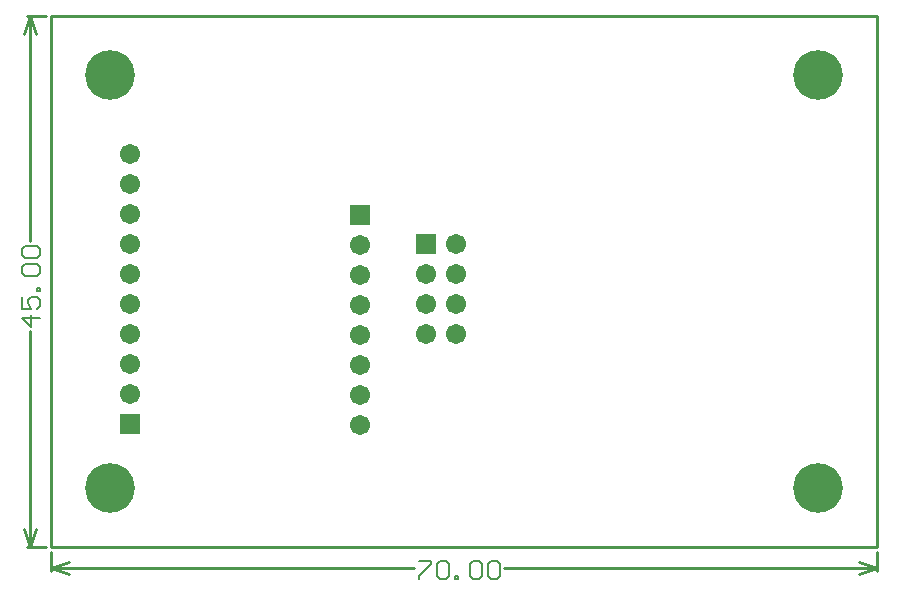
<source format=gbs>
G04*
G04 #@! TF.GenerationSoftware,Altium Limited,Altium Designer,18.1.9 (240)*
G04*
G04 Layer_Color=16711935*
%FSLAX24Y24*%
%MOIN*%
G70*
G01*
G75*
%ADD14C,0.0100*%
%ADD15C,0.0060*%
%ADD36C,0.0671*%
%ADD37R,0.0671X0.0671*%
%ADD38C,0.1655*%
D14*
X27559Y0D02*
Y17717D01*
X0D02*
X27559D01*
X0Y0D02*
X27559D01*
X0D02*
Y17717D01*
X-900Y600D02*
X-700Y0D01*
X-500Y600D01*
X-700Y17717D02*
X-500Y17117D01*
X-900D02*
X-700Y17717D01*
Y0D02*
Y7189D01*
Y10208D02*
Y17717D01*
X-800Y0D02*
X-150D01*
X-800Y17717D02*
X-150D01*
X0Y-700D02*
X600Y-500D01*
X0Y-700D02*
X600Y-900D01*
X26959D02*
X27559Y-700D01*
X26959Y-500D02*
X27559Y-700D01*
X0D02*
X12110D01*
X15129D02*
X27559D01*
X0Y-800D02*
Y-150D01*
X27559Y-800D02*
Y-150D01*
D15*
X-340Y7649D02*
X-940D01*
X-640Y7349D01*
Y7749D01*
X-940Y8348D02*
Y7949D01*
X-640D01*
X-740Y8148D01*
Y8248D01*
X-640Y8348D01*
X-440D01*
X-340Y8248D01*
Y8048D01*
X-440Y7949D01*
X-340Y8548D02*
X-440D01*
Y8648D01*
X-340D01*
Y8548D01*
X-840Y9048D02*
X-940Y9148D01*
Y9348D01*
X-840Y9448D01*
X-440D01*
X-340Y9348D01*
Y9148D01*
X-440Y9048D01*
X-840D01*
Y9648D02*
X-940Y9748D01*
Y9948D01*
X-840Y10048D01*
X-440D01*
X-340Y9948D01*
Y9748D01*
X-440Y9648D01*
X-840D01*
X12270Y-460D02*
X12670D01*
Y-560D01*
X12270Y-960D01*
Y-1060D01*
X12870Y-560D02*
X12970Y-460D01*
X13170D01*
X13270Y-560D01*
Y-960D01*
X13170Y-1060D01*
X12970D01*
X12870Y-960D01*
Y-560D01*
X13470Y-1060D02*
Y-960D01*
X13570D01*
Y-1060D01*
X13470D01*
X13969Y-560D02*
X14069Y-460D01*
X14269D01*
X14369Y-560D01*
Y-960D01*
X14269Y-1060D01*
X14069D01*
X13969Y-960D01*
Y-560D01*
X14569D02*
X14669Y-460D01*
X14869D01*
X14969Y-560D01*
Y-960D01*
X14869Y-1060D01*
X14669D01*
X14569Y-960D01*
Y-560D01*
D36*
X10300Y4088D02*
D03*
Y5088D02*
D03*
Y6088D02*
D03*
Y7088D02*
D03*
Y8088D02*
D03*
Y9088D02*
D03*
Y10088D02*
D03*
X2650Y5100D02*
D03*
Y7100D02*
D03*
Y8100D02*
D03*
Y9100D02*
D03*
Y10100D02*
D03*
Y11100D02*
D03*
Y12100D02*
D03*
Y13100D02*
D03*
Y6100D02*
D03*
X13500Y10100D02*
D03*
X12500Y9100D02*
D03*
X13500D02*
D03*
X12500Y8100D02*
D03*
X13500D02*
D03*
X12500Y7100D02*
D03*
X13500D02*
D03*
D37*
X10300Y11088D02*
D03*
X2650Y4100D02*
D03*
X12500Y10100D02*
D03*
D38*
X1969Y1969D02*
D03*
Y15748D02*
D03*
X25591Y1969D02*
D03*
Y15748D02*
D03*
M02*

</source>
